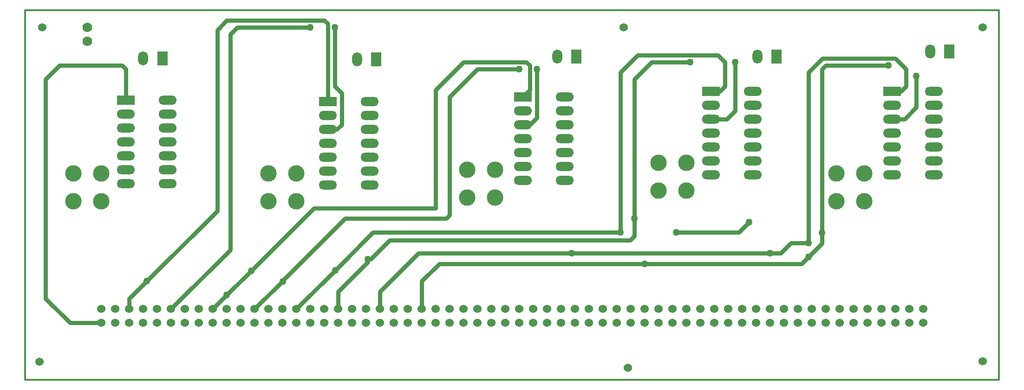
<source format=gbl>
G04*
G04 #@! TF.GenerationSoftware,Altium Limited,CircuitMaker,2.2.1 (2.2.1.6)*
G04*
G04 Layer_Physical_Order=2*
G04 Layer_Color=11436288*
%FSLAX25Y25*%
%MOIN*%
G70*
G04*
G04 #@! TF.SameCoordinates,35D340AA-2A3D-450E-9165-5FFDE7E77ED7*
G04*
G04*
G04 #@! TF.FilePolarity,Positive*
G04*
G01*
G75*
%ADD10C,0.01181*%
%ADD32C,0.02953*%
%ADD33C,0.07000*%
%ADD34R,0.13000X0.06500*%
%ADD35O,0.13000X0.06500*%
%ADD36C,0.06000*%
%ADD37C,0.11811*%
%ADD38R,0.07283X0.09842*%
%ADD39O,0.07283X0.09842*%
%ADD40C,0.05000*%
D10*
X137795Y216535D02*
Y482283D01*
Y216535D02*
X836614D01*
Y482283D01*
X137795D02*
X836614D01*
D32*
X687500Y315000D02*
X700000D01*
X680000Y307500D02*
X687500Y315000D01*
X672500Y307500D02*
X680000D01*
X452500Y445000D02*
X497500D01*
X432500Y425000D02*
X452500Y445000D01*
X432500Y340000D02*
Y425000D01*
X345000Y340000D02*
X432500D01*
X275590Y468090D02*
X282500Y475000D01*
X275590Y338090D02*
Y468090D01*
X225000Y287500D02*
X275590Y338090D01*
X709688Y322187D02*
Y439919D01*
X709803Y439803D01*
X712500Y442500D01*
X571929Y316929D02*
X575000Y320000D01*
X399429Y316929D02*
X571929D01*
X385650Y303150D02*
X399429Y316929D01*
X322835Y287835D02*
X367500Y332500D01*
X322835Y287402D02*
Y287835D01*
X322402Y287402D02*
X322835D01*
X302500Y267500D02*
X322402Y287402D01*
X360236Y295276D02*
X360276D01*
X387500Y322500D01*
X360236Y295236D02*
Y295276D01*
X332500Y267500D02*
X360236Y295236D01*
X383858Y301358D02*
Y303150D01*
X362500Y280000D02*
X383858Y301358D01*
Y303150D02*
X385650D01*
X152500Y432500D02*
X162500Y442500D01*
X152500Y275000D02*
Y432500D01*
Y275000D02*
X170000Y257500D01*
X192500D01*
X162500Y442500D02*
X207500D01*
X282500Y475000D02*
X352500D01*
X290000Y470000D02*
X342500D01*
X285000Y465000D02*
X290000Y470000D01*
X285000Y310000D02*
Y465000D01*
X242500Y267500D02*
X285000Y310000D01*
X587500Y445000D02*
X615000D01*
X575000Y432500D02*
X587500Y445000D01*
X575000Y332500D02*
Y432500D01*
Y320000D02*
Y332500D01*
X650000Y322500D02*
X657500Y330000D01*
X605000Y322500D02*
X650000D01*
X565000Y437500D02*
X577500Y450000D01*
X387500Y322500D02*
X565000D01*
Y437500D01*
X700000Y305000D02*
X709688Y314687D01*
Y322187D01*
X700000Y315000D02*
Y437500D01*
X710000Y447500D01*
X695000Y300000D02*
X700000Y305000D01*
X300000Y295000D02*
X345000Y340000D01*
X282500Y277500D02*
X300000Y295000D01*
X212500Y275000D02*
X225000Y287500D01*
X530000Y307500D02*
X672500D01*
X582500Y300000D02*
X695000D01*
X435000D02*
X582500D01*
X420000Y307500D02*
X530000D01*
X272500Y267500D02*
X282500Y277500D01*
X760000Y404000D02*
X769000D01*
X777500Y412500D01*
Y435000D01*
X712500Y442500D02*
X757500D01*
X422500Y287500D02*
X435000Y300000D01*
X422500Y267500D02*
Y287500D01*
X760000Y424000D02*
X766500D01*
X770000Y427500D01*
Y440000D01*
X762500Y447500D02*
X770000Y440000D01*
X710000Y447500D02*
X762500D01*
X392500Y280000D02*
X420000Y307500D01*
X392500Y267500D02*
Y280000D01*
X630000Y404000D02*
X641500D01*
X647500Y410000D01*
Y445000D01*
X635000Y450000D02*
X640000Y445000D01*
X577500Y450000D02*
X635000D01*
X640000Y427500D02*
Y445000D01*
X636500Y424000D02*
X640000Y427500D01*
X362500Y267500D02*
Y280000D01*
X630000Y424000D02*
X636500D01*
X495000Y400000D02*
X500000D01*
X505000Y405000D01*
Y440000D01*
X500000Y425000D02*
Y442500D01*
X497500Y445000D02*
X500000Y442500D01*
X495000Y420000D02*
X500000Y425000D01*
X462500Y440000D02*
X492500D01*
X442500Y420000D02*
X462500Y440000D01*
X442500Y335000D02*
Y420000D01*
X440000Y332500D02*
X442500Y335000D01*
X367500Y332500D02*
X440000D01*
X355000Y396500D02*
X361500D01*
X365000Y400000D01*
Y422500D01*
X360000Y427500D02*
X365000Y422500D01*
X360000Y427500D02*
Y470000D01*
X355000Y416500D02*
Y472500D01*
X352500Y475000D02*
X355000Y472500D01*
X212500Y267500D02*
Y275000D01*
X207500Y442500D02*
X210000Y440000D01*
Y417500D02*
Y440000D01*
D33*
X182500Y470000D02*
D03*
Y460000D02*
D03*
D34*
X495000Y420000D02*
D03*
X210000Y417500D02*
D03*
X630000Y424000D02*
D03*
X760000D02*
D03*
X355000Y416500D02*
D03*
D35*
X495000Y410000D02*
D03*
Y400000D02*
D03*
Y390000D02*
D03*
Y380000D02*
D03*
Y370000D02*
D03*
Y360000D02*
D03*
X525000Y420000D02*
D03*
Y410000D02*
D03*
Y400000D02*
D03*
Y390000D02*
D03*
Y380000D02*
D03*
Y370000D02*
D03*
Y360000D02*
D03*
X240000Y357500D02*
D03*
Y367500D02*
D03*
Y377500D02*
D03*
Y387500D02*
D03*
Y397500D02*
D03*
Y407500D02*
D03*
Y417500D02*
D03*
X210000Y357500D02*
D03*
Y367500D02*
D03*
Y377500D02*
D03*
Y387500D02*
D03*
Y397500D02*
D03*
Y407500D02*
D03*
X660000Y364000D02*
D03*
Y374000D02*
D03*
Y384000D02*
D03*
Y394000D02*
D03*
Y404000D02*
D03*
Y414000D02*
D03*
Y424000D02*
D03*
X630000Y364000D02*
D03*
Y374000D02*
D03*
Y384000D02*
D03*
Y394000D02*
D03*
Y404000D02*
D03*
Y414000D02*
D03*
X790000Y364000D02*
D03*
Y374000D02*
D03*
Y384000D02*
D03*
Y394000D02*
D03*
Y404000D02*
D03*
Y414000D02*
D03*
Y424000D02*
D03*
X760000Y364000D02*
D03*
Y374000D02*
D03*
Y384000D02*
D03*
Y394000D02*
D03*
Y404000D02*
D03*
Y414000D02*
D03*
X385000Y356500D02*
D03*
Y366500D02*
D03*
Y376500D02*
D03*
Y386500D02*
D03*
Y396500D02*
D03*
Y406500D02*
D03*
Y416500D02*
D03*
X355000Y356500D02*
D03*
Y366500D02*
D03*
Y376500D02*
D03*
Y386500D02*
D03*
Y396500D02*
D03*
Y406500D02*
D03*
D36*
X567500Y470000D02*
D03*
X570528Y225277D02*
D03*
X147895Y229505D02*
D03*
X825000Y230000D02*
D03*
Y470000D02*
D03*
X150000D02*
D03*
X192500Y267500D02*
D03*
X202500D02*
D03*
X212500D02*
D03*
X222500D02*
D03*
X232500D02*
D03*
X242500D02*
D03*
X252500D02*
D03*
X262500D02*
D03*
X272500D02*
D03*
X282500D02*
D03*
X292500D02*
D03*
X302500D02*
D03*
X312500D02*
D03*
X322500D02*
D03*
X332500D02*
D03*
X342500D02*
D03*
X352500D02*
D03*
X362500D02*
D03*
X372500D02*
D03*
X382500D02*
D03*
X192500Y257500D02*
D03*
X202500D02*
D03*
X212500D02*
D03*
X222500D02*
D03*
X232500D02*
D03*
X242500D02*
D03*
X252500D02*
D03*
X262500D02*
D03*
X272500D02*
D03*
X282500D02*
D03*
X292500D02*
D03*
X302500D02*
D03*
X312500D02*
D03*
X322500D02*
D03*
X332500D02*
D03*
X342500D02*
D03*
X352500D02*
D03*
X362500D02*
D03*
X372500D02*
D03*
X382500D02*
D03*
X782500D02*
D03*
X772500D02*
D03*
X762500D02*
D03*
X752500D02*
D03*
X742500D02*
D03*
X732500D02*
D03*
X722500D02*
D03*
X712500D02*
D03*
X702500D02*
D03*
X692500D02*
D03*
X682500D02*
D03*
X672500D02*
D03*
X662500D02*
D03*
X652500D02*
D03*
X642500D02*
D03*
X632500D02*
D03*
X622500D02*
D03*
X612500D02*
D03*
X602500D02*
D03*
X592500D02*
D03*
X782500Y267500D02*
D03*
X772500D02*
D03*
X762500D02*
D03*
X752500D02*
D03*
X742500D02*
D03*
X732500D02*
D03*
X722500D02*
D03*
X712500D02*
D03*
X702500D02*
D03*
X692500D02*
D03*
X682500D02*
D03*
X672500D02*
D03*
X662500D02*
D03*
X652500D02*
D03*
X642500D02*
D03*
X632500D02*
D03*
X622500D02*
D03*
X612500D02*
D03*
X602500D02*
D03*
X592500D02*
D03*
X582500Y257500D02*
D03*
X572500D02*
D03*
X562500D02*
D03*
X552500D02*
D03*
X542500D02*
D03*
X532500D02*
D03*
X522500D02*
D03*
X512500D02*
D03*
X502500D02*
D03*
X492500D02*
D03*
X482500D02*
D03*
X472500D02*
D03*
X462500D02*
D03*
X452500D02*
D03*
X442500D02*
D03*
X432500D02*
D03*
X422500D02*
D03*
X412500D02*
D03*
X402500D02*
D03*
X392500D02*
D03*
X582500Y267500D02*
D03*
X572500D02*
D03*
X562500D02*
D03*
X552500D02*
D03*
X542500D02*
D03*
X532500D02*
D03*
X522500D02*
D03*
X512500D02*
D03*
X502500D02*
D03*
X492500D02*
D03*
X482500D02*
D03*
X472500D02*
D03*
X462500D02*
D03*
X452500D02*
D03*
X442500D02*
D03*
X432500D02*
D03*
X422500D02*
D03*
X412500D02*
D03*
X402500D02*
D03*
X392500D02*
D03*
D37*
X720000Y365000D02*
D03*
X740000D02*
D03*
X720000Y345000D02*
D03*
X740000D02*
D03*
X455000Y367500D02*
D03*
X475000D02*
D03*
X455000Y347500D02*
D03*
X475000D02*
D03*
X312500Y365000D02*
D03*
X332500D02*
D03*
X312500Y345000D02*
D03*
X332500D02*
D03*
X172500Y365000D02*
D03*
X192500D02*
D03*
X172500Y345000D02*
D03*
X192500D02*
D03*
X612500Y352500D02*
D03*
X592500D02*
D03*
X612500Y372500D02*
D03*
X592500D02*
D03*
D38*
X236280Y447500D02*
D03*
X389764Y446850D02*
D03*
X677165Y448819D02*
D03*
X801181Y452756D02*
D03*
X533465Y448819D02*
D03*
D39*
X222500Y447500D02*
D03*
X375984Y446850D02*
D03*
X663386Y448819D02*
D03*
X787402Y452756D02*
D03*
X519685Y448819D02*
D03*
D40*
X322835Y287402D02*
D03*
X360236Y295276D02*
D03*
X383858Y303150D02*
D03*
X575000Y332500D02*
D03*
X605000Y322500D02*
D03*
X565000D02*
D03*
X709688Y322187D02*
D03*
X700000Y315000D02*
D03*
Y305000D02*
D03*
X657500Y330000D02*
D03*
X300000Y295000D02*
D03*
X225000Y287500D02*
D03*
X672500Y307500D02*
D03*
X582500Y300000D02*
D03*
X530000Y307500D02*
D03*
X282500Y277500D02*
D03*
X777500Y435000D02*
D03*
X757500Y442500D02*
D03*
X647500Y445000D02*
D03*
X615000D02*
D03*
X505000Y440000D02*
D03*
X492500D02*
D03*
X360000Y470000D02*
D03*
X342500D02*
D03*
M02*

</source>
